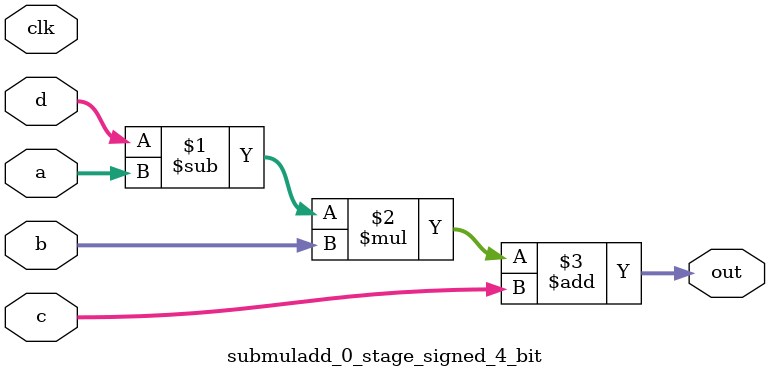
<source format=sv>
(* use_dsp = "yes" *) module submuladd_0_stage_signed_4_bit(
	input signed [3:0] a,
	input signed [3:0] b,
	input signed [3:0] c,
	input signed [3:0] d,
	output [3:0] out,
	input clk);

	assign out = ((d - a) * b) + c;
endmodule

</source>
